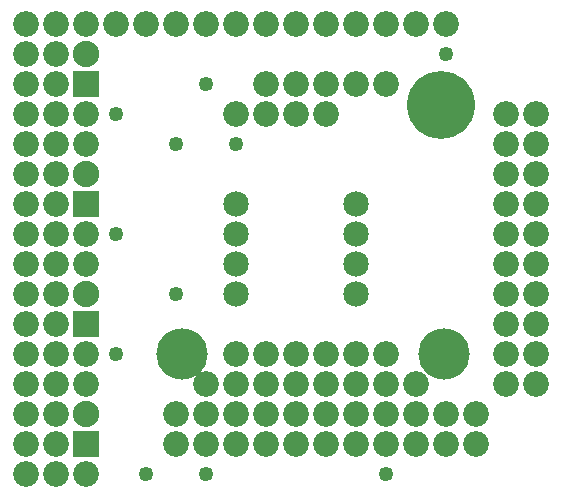
<source format=gbs>
G04 MADE WITH FRITZING*
G04 WWW.FRITZING.ORG*
G04 DOUBLE SIDED*
G04 HOLES PLATED*
G04 CONTOUR ON CENTER OF CONTOUR VECTOR*
%ASAXBY*%
%FSLAX23Y23*%
%MOIN*%
%OFA0B0*%
%SFA1.0B1.0*%
%ADD10C,0.049370*%
%ADD11C,0.171417*%
%ADD12C,0.226536*%
%ADD13C,0.088000*%
%ADD14C,0.085000*%
%ADD15C,0.085433*%
%ADD16R,0.088000X0.088000*%
%LNMASK0*%
G90*
G70*
G54D10*
X701Y1471D03*
X701Y171D03*
X401Y1371D03*
X401Y971D03*
X401Y571D03*
X501Y171D03*
X601Y1271D03*
X801Y1271D03*
X601Y771D03*
X1501Y1571D03*
X1301Y171D03*
G54D11*
X621Y571D03*
X1493Y571D03*
G54D12*
X1482Y1401D03*
G54D13*
X301Y271D03*
X301Y371D03*
X301Y1471D03*
X301Y1571D03*
X301Y671D03*
X301Y771D03*
X301Y1071D03*
X301Y1171D03*
G54D14*
X1201Y971D03*
X801Y971D03*
X1201Y871D03*
X801Y871D03*
X1201Y1071D03*
X801Y1071D03*
X1201Y771D03*
X801Y771D03*
G54D15*
X1401Y371D03*
X1301Y371D03*
X1201Y371D03*
X1101Y371D03*
X601Y371D03*
X1601Y371D03*
X701Y371D03*
X801Y371D03*
X1001Y371D03*
X901Y371D03*
X1401Y471D03*
X1301Y471D03*
X1201Y471D03*
X1101Y471D03*
X1001Y471D03*
X901Y471D03*
X701Y471D03*
X801Y471D03*
X1401Y271D03*
X1301Y271D03*
X1201Y271D03*
X1101Y271D03*
X1501Y271D03*
X1501Y371D03*
X1301Y571D03*
X1201Y571D03*
X1101Y571D03*
X1001Y271D03*
X1001Y571D03*
X101Y1171D03*
X201Y1171D03*
X901Y271D03*
X901Y571D03*
X101Y1071D03*
X201Y1071D03*
X101Y1371D03*
X201Y1371D03*
X101Y1571D03*
X201Y1571D03*
X101Y1471D03*
X201Y1471D03*
X1201Y1671D03*
X401Y1671D03*
X801Y1671D03*
X101Y1671D03*
X201Y1671D03*
X101Y1271D03*
X201Y1271D03*
X1401Y1671D03*
X601Y1671D03*
X1001Y1671D03*
X601Y271D03*
X1601Y271D03*
X701Y271D03*
X801Y271D03*
X301Y1671D03*
X301Y1371D03*
X301Y971D03*
X301Y571D03*
X301Y1271D03*
X301Y871D03*
X301Y471D03*
X801Y571D03*
X301Y171D03*
X101Y171D03*
X201Y171D03*
X101Y271D03*
X201Y271D03*
X101Y371D03*
X201Y371D03*
X101Y471D03*
X201Y471D03*
X101Y571D03*
X201Y571D03*
X101Y671D03*
X201Y671D03*
X101Y771D03*
X201Y771D03*
X101Y871D03*
X201Y871D03*
X101Y971D03*
X201Y971D03*
X1501Y1671D03*
X701Y1671D03*
X1101Y1671D03*
X1301Y1671D03*
X501Y1671D03*
X901Y1671D03*
X1701Y871D03*
X1701Y1171D03*
X1701Y571D03*
X1701Y471D03*
X1701Y1071D03*
X1701Y971D03*
X1701Y771D03*
X1701Y1371D03*
X1701Y671D03*
X1701Y1271D03*
X1801Y571D03*
X1801Y471D03*
X1801Y671D03*
X1801Y771D03*
X1801Y871D03*
X1801Y971D03*
X1801Y1071D03*
X1801Y1171D03*
X1801Y1271D03*
X1801Y1371D03*
X1101Y1371D03*
X1201Y1471D03*
X1001Y1371D03*
X1101Y1471D03*
X801Y1371D03*
X901Y1471D03*
X1301Y1471D03*
X901Y1371D03*
X1001Y1471D03*
G54D16*
X301Y271D03*
X301Y1471D03*
X301Y671D03*
X301Y1071D03*
G04 End of Mask0*
M02*
</source>
